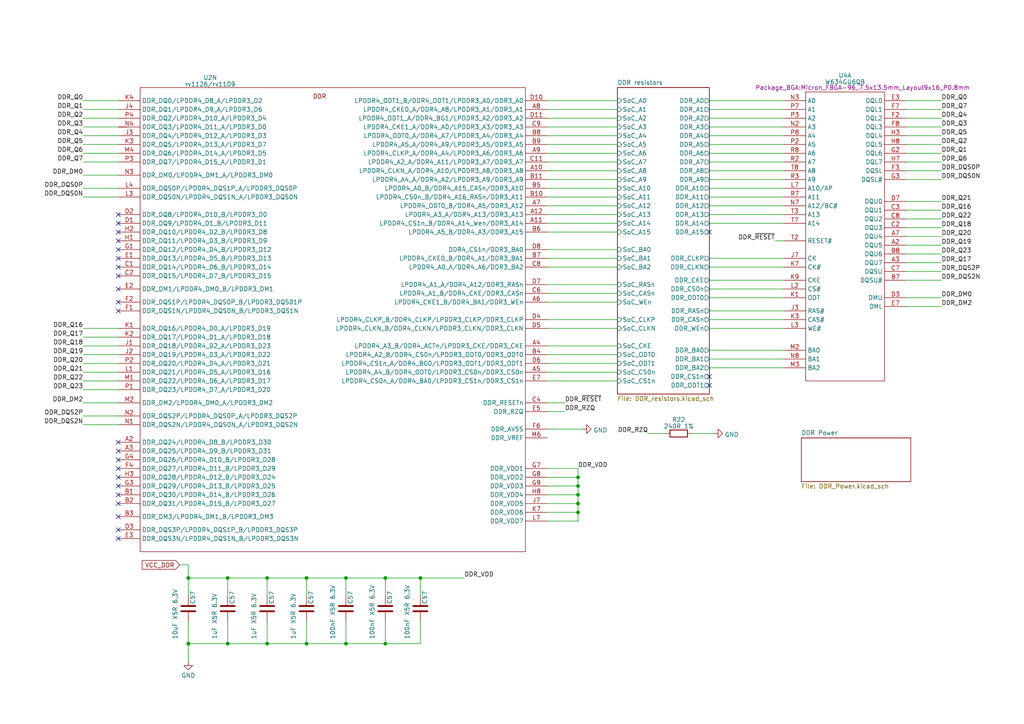
<source format=kicad_sch>
(kicad_sch (version 20230121) (generator eeschema)
  (paper "A4")
  (title_block (title "Leaf RV1126 RK809 DDR") (date "2023-02-25") (rev "1") (company "Qingdao IotPi Information Technology"))
  (junction (at 111.76 167.64))
  (junction (at 167.64 148.59))
  (junction (at 77.47 186.69))
  (junction (at 167.64 146.05))
  (junction (at 66.04 186.69))
  (junction (at 77.47 167.64))
  (junction (at 54.61 186.69))
  (junction (at 167.64 140.97))
  (junction (at 66.04 167.64))
  (junction (at 167.64 143.51))
  (junction (at 88.9 167.64))
  (junction (at 121.92 167.64))
  (junction (at 167.64 138.43))
  (junction (at 54.61 167.64))
  (junction (at 88.9 186.69))
  (junction (at 111.76 186.69))
  (junction (at 100.33 167.64))
  (junction (at 100.33 186.69))
  (no_connect (at 34.29 80.01))
  (no_connect (at 34.29 74.93))
  (no_connect (at 34.29 69.85))
  (no_connect (at 205.74 67.31))
  (no_connect (at 34.29 138.43))
  (no_connect (at 34.29 153.67))
  (no_connect (at 34.29 90.17))
  (no_connect (at 205.74 111.76))
  (no_connect (at 34.29 62.23))
  (no_connect (at 34.29 133.35))
  (no_connect (at 34.29 156.21))
  (no_connect (at 34.29 149.86))
  (no_connect (at 34.29 130.81))
  (no_connect (at 34.29 64.77))
  (no_connect (at 34.29 146.05))
  (no_connect (at 34.29 128.27))
  (no_connect (at 34.29 140.97))
  (no_connect (at 34.29 67.31))
  (no_connect (at 34.29 83.82))
  (no_connect (at 34.29 143.51))
  (no_connect (at 34.29 135.89))
  (no_connect (at 205.74 109.22))
  (no_connect (at 34.29 87.63))
  (no_connect (at 34.29 72.39))
  (no_connect (at 34.29 77.47))
  (wire (pts (xy 158.75 92.71) (xy 179.07 92.71)))
  (wire (pts (xy 167.64 138.43) (xy 167.64 140.97)))
  (wire (pts (xy 262.89 49.53) (xy 273.05 49.53)))
  (wire (pts (xy 111.76 172.72) (xy 111.76 167.64)))
  (wire (pts (xy 158.75 140.97) (xy 167.64 140.97)))
  (wire (pts (xy 158.75 52.07) (xy 179.07 52.07)))
  (wire (pts (xy 262.89 66.04) (xy 273.05 66.04)))
  (wire (pts (xy 205.74 101.6) (xy 227.33 101.6)))
  (wire (pts (xy 262.89 58.42) (xy 273.05 58.42)))
  (wire (pts (xy 158.75 82.55) (xy 179.07 82.55)))
  (wire (pts (xy 77.47 172.72) (xy 77.47 167.64)))
  (wire (pts (xy 111.76 186.69) (xy 111.76 180.34)))
  (wire (pts (xy 34.29 110.49) (xy 24.13 110.49)))
  (wire (pts (xy 54.61 163.83) (xy 52.07 163.83)))
  (wire (pts (xy 34.29 120.65) (xy 24.13 120.65)))
  (wire (pts (xy 34.29 36.83) (xy 24.13 36.83)))
  (wire (pts (xy 100.33 186.69) (xy 111.76 186.69)))
  (wire (pts (xy 158.75 143.51) (xy 167.64 143.51)))
  (wire (pts (xy 158.75 67.31) (xy 179.07 67.31)))
  (wire (pts (xy 205.74 54.61) (xy 227.33 54.61)))
  (wire (pts (xy 262.89 29.21) (xy 273.05 29.21)))
  (wire (pts (xy 34.29 31.75) (xy 24.13 31.75)))
  (wire (pts (xy 262.89 88.9) (xy 273.05 88.9)))
  (wire (pts (xy 205.74 46.99) (xy 227.33 46.99)))
  (wire (pts (xy 34.29 41.91) (xy 24.13 41.91)))
  (wire (pts (xy 121.92 167.64) (xy 121.92 172.72)))
  (wire (pts (xy 100.33 186.69) (xy 100.33 180.34)))
  (wire (pts (xy 167.64 143.51) (xy 167.64 146.05)))
  (wire (pts (xy 88.9 186.69) (xy 100.33 186.69)))
  (wire (pts (xy 34.29 34.29) (xy 24.13 34.29)))
  (wire (pts (xy 111.76 186.69) (xy 121.92 186.69)))
  (wire (pts (xy 262.89 73.66) (xy 273.05 73.66)))
  (wire (pts (xy 121.92 186.69) (xy 121.92 180.34)))
  (wire (pts (xy 205.74 90.17) (xy 227.33 90.17)))
  (wire (pts (xy 66.04 167.64) (xy 54.61 167.64)))
  (wire (pts (xy 205.74 41.91) (xy 227.33 41.91)))
  (wire (pts (xy 205.74 34.29) (xy 227.33 34.29)))
  (wire (pts (xy 54.61 172.72) (xy 54.61 167.64)))
  (wire (pts (xy 158.75 77.47) (xy 179.07 77.47)))
  (wire (pts (xy 34.29 54.61) (xy 24.13 54.61)))
  (wire (pts (xy 167.64 148.59) (xy 167.64 151.13)))
  (wire (pts (xy 77.47 186.69) (xy 88.9 186.69)))
  (wire (pts (xy 158.75 105.41) (xy 179.07 105.41)))
  (wire (pts (xy 54.61 186.69) (xy 66.04 186.69)))
  (wire (pts (xy 100.33 167.64) (xy 111.76 167.64)))
  (wire (pts (xy 262.89 86.36) (xy 273.05 86.36)))
  (wire (pts (xy 205.74 49.53) (xy 227.33 49.53)))
  (wire (pts (xy 205.74 92.71) (xy 227.33 92.71)))
  (wire (pts (xy 34.29 46.99) (xy 24.13 46.99)))
  (wire (pts (xy 158.75 46.99) (xy 179.07 46.99)))
  (wire (pts (xy 66.04 172.72) (xy 66.04 167.64)))
  (wire (pts (xy 34.29 113.03) (xy 24.13 113.03)))
  (wire (pts (xy 262.89 34.29) (xy 273.05 34.29)))
  (wire (pts (xy 34.29 116.84) (xy 24.13 116.84)))
  (wire (pts (xy 158.75 41.91) (xy 179.07 41.91)))
  (wire (pts (xy 77.47 186.69) (xy 77.47 180.34)))
  (wire (pts (xy 134.62 167.64) (xy 121.92 167.64)))
  (wire (pts (xy 205.74 64.77) (xy 227.33 64.77)))
  (wire (pts (xy 77.47 167.64) (xy 66.04 167.64)))
  (wire (pts (xy 88.9 167.64) (xy 77.47 167.64)))
  (wire (pts (xy 34.29 100.33) (xy 24.13 100.33)))
  (wire (pts (xy 205.74 57.15) (xy 227.33 57.15)))
  (wire (pts (xy 167.64 135.89) (xy 167.64 138.43)))
  (wire (pts (xy 34.29 29.21) (xy 24.13 29.21)))
  (wire (pts (xy 158.75 87.63) (xy 179.07 87.63)))
  (wire (pts (xy 262.89 44.45) (xy 273.05 44.45)))
  (wire (pts (xy 34.29 102.87) (xy 24.13 102.87)))
  (wire (pts (xy 158.75 39.37) (xy 179.07 39.37)))
  (wire (pts (xy 262.89 39.37) (xy 273.05 39.37)))
  (wire (pts (xy 34.29 44.45) (xy 24.13 44.45)))
  (wire (pts (xy 158.75 100.33) (xy 179.07 100.33)))
  (wire (pts (xy 205.74 81.28) (xy 227.33 81.28)))
  (wire (pts (xy 187.96 125.73) (xy 193.04 125.73)))
  (wire (pts (xy 158.75 135.89) (xy 167.64 135.89)))
  (wire (pts (xy 158.75 85.09) (xy 179.07 85.09)))
  (wire (pts (xy 66.04 186.69) (xy 66.04 180.34)))
  (wire (pts (xy 205.74 86.36) (xy 227.33 86.36)))
  (wire (pts (xy 158.75 64.77) (xy 179.07 64.77)))
  (wire (pts (xy 205.74 36.83) (xy 227.33 36.83)))
  (wire (pts (xy 100.33 172.72) (xy 100.33 167.64)))
  (wire (pts (xy 88.9 172.72) (xy 88.9 167.64)))
  (wire (pts (xy 158.75 49.53) (xy 179.07 49.53)))
  (wire (pts (xy 205.74 62.23) (xy 227.33 62.23)))
  (wire (pts (xy 158.75 34.29) (xy 179.07 34.29)))
  (wire (pts (xy 163.83 116.84) (xy 158.75 116.84)))
  (wire (pts (xy 167.64 151.13) (xy 158.75 151.13)))
  (wire (pts (xy 205.74 95.25) (xy 227.33 95.25)))
  (wire (pts (xy 262.89 63.5) (xy 273.05 63.5)))
  (wire (pts (xy 158.75 107.95) (xy 179.07 107.95)))
  (wire (pts (xy 100.33 167.64) (xy 88.9 167.64)))
  (wire (pts (xy 262.89 81.28) (xy 273.05 81.28)))
  (wire (pts (xy 34.29 57.15) (xy 24.13 57.15)))
  (wire (pts (xy 34.29 39.37) (xy 24.13 39.37)))
  (wire (pts (xy 158.75 57.15) (xy 179.07 57.15)))
  (wire (pts (xy 262.89 68.58) (xy 273.05 68.58)))
  (wire (pts (xy 158.75 148.59) (xy 167.64 148.59)))
  (wire (pts (xy 158.75 146.05) (xy 167.64 146.05)))
  (wire (pts (xy 167.64 146.05) (xy 167.64 148.59)))
  (wire (pts (xy 158.75 62.23) (xy 179.07 62.23)))
  (wire (pts (xy 54.61 180.34) (xy 54.61 186.69)))
  (wire (pts (xy 205.74 29.21) (xy 227.33 29.21)))
  (wire (pts (xy 262.89 71.12) (xy 273.05 71.12)))
  (wire (pts (xy 158.75 29.21) (xy 179.07 29.21)))
  (wire (pts (xy 158.75 72.39) (xy 179.07 72.39)))
  (wire (pts (xy 205.74 77.47) (xy 227.33 77.47)))
  (wire (pts (xy 158.75 95.25) (xy 179.07 95.25)))
  (wire (pts (xy 34.29 107.95) (xy 24.13 107.95)))
  (wire (pts (xy 205.74 44.45) (xy 227.33 44.45)))
  (wire (pts (xy 205.74 59.69) (xy 227.33 59.69)))
  (wire (pts (xy 121.92 167.64) (xy 111.76 167.64)))
  (wire (pts (xy 262.89 36.83) (xy 273.05 36.83)))
  (wire (pts (xy 262.89 60.96) (xy 273.05 60.96)))
  (wire (pts (xy 205.74 74.93) (xy 227.33 74.93)))
  (wire (pts (xy 163.83 119.38) (xy 158.75 119.38)))
  (wire (pts (xy 167.64 140.97) (xy 167.64 143.51)))
  (wire (pts (xy 158.75 59.69) (xy 179.07 59.69)))
  (wire (pts (xy 200.66 125.73) (xy 207.01 125.73)))
  (wire (pts (xy 262.89 76.2) (xy 273.05 76.2)))
  (wire (pts (xy 205.74 106.68) (xy 227.33 106.68)))
  (wire (pts (xy 34.29 97.79) (xy 24.13 97.79)))
  (wire (pts (xy 158.75 36.83) (xy 179.07 36.83)))
  (wire (pts (xy 262.89 52.07) (xy 273.05 52.07)))
  (wire (pts (xy 158.75 138.43) (xy 167.64 138.43)))
  (wire (pts (xy 158.75 110.49) (xy 179.07 110.49)))
  (wire (pts (xy 54.61 186.69) (xy 54.61 191.77)))
  (wire (pts (xy 227.33 69.85) (xy 224.79 69.85)))
  (wire (pts (xy 262.89 78.74) (xy 273.05 78.74)))
  (wire (pts (xy 262.89 31.75) (xy 273.05 31.75)))
  (wire (pts (xy 205.74 104.14) (xy 227.33 104.14)))
  (wire (pts (xy 205.74 39.37) (xy 227.33 39.37)))
  (wire (pts (xy 54.61 167.64) (xy 54.61 163.83)))
  (wire (pts (xy 66.04 186.69) (xy 77.47 186.69)))
  (wire (pts (xy 34.29 105.41) (xy 24.13 105.41)))
  (wire (pts (xy 205.74 31.75) (xy 227.33 31.75)))
  (wire (pts (xy 158.75 54.61) (xy 179.07 54.61)))
  (wire (pts (xy 88.9 186.69) (xy 88.9 180.34)))
  (wire (pts (xy 34.29 50.8) (xy 24.13 50.8)))
  (wire (pts (xy 262.89 41.91) (xy 273.05 41.91)))
  (wire (pts (xy 205.74 52.07) (xy 227.33 52.07)))
  (wire (pts (xy 262.89 46.99) (xy 273.05 46.99)))
  (wire (pts (xy 34.29 123.19) (xy 24.13 123.19)))
  (wire (pts (xy 158.75 74.93) (xy 179.07 74.93)))
  (wire (pts (xy 158.75 44.45) (xy 179.07 44.45)))
  (wire (pts (xy 34.29 95.25) (xy 24.13 95.25)))
  (wire (pts (xy 205.74 83.82) (xy 227.33 83.82)))
  (wire (pts (xy 158.75 124.46) (xy 168.91 124.46)))
  (wire (pts (xy 158.75 31.75) (xy 179.07 31.75)))
  (wire (pts (xy 158.75 102.87) (xy 179.07 102.87)))
  (label "DDR_Q23" (at 24.13 113.03 180))
  (label "DDR_Q19" (at 273.05 71.12 0))
  (label "DDR_Q5" (at 24.13 41.91 180))
  (label "DDR_Q17" (at 24.13 97.79 180))
  (label "DDR_DM0" (at 24.13 50.8 180))
  (label "DDR_DM2" (at 273.05 88.9 0))
  (label "DDR_DQS0P" (at 273.05 49.53 0))
  (label "DDR_~{RESET}" (at 224.79 69.85 180))
  (label "DDR_Q4" (at 273.05 34.29 0))
  (label "DDR_Q2" (at 273.05 41.91 0))
  (label "DDR_RZQ" (at 187.96 125.73 180))
  (label "DDR_Q18" (at 273.05 66.04 0))
  (label "DDR_Q16" (at 24.13 95.25 180))
  (label "DDR_Q23" (at 273.05 73.66 0))
  (label "DDR_DQS0P" (at 24.13 54.61 180))
  (label "DDR_Q3" (at 273.05 36.83 0))
  (label "DDR_DQS0N" (at 24.13 57.15 180))
  (label "DDR_Q22" (at 24.13 110.49 180))
  (label "DDR_DM0" (at 273.05 86.36 0))
  (label "DDR_VDD" (at 167.64 135.89 0))
  (label "DDR_Q20" (at 24.13 105.41 180))
  (label "DDR_Q6" (at 24.13 44.45 180))
  (label "DDR_Q1" (at 273.05 44.45 0))
  (label "DDR_Q17" (at 273.05 76.2 0))
  (label "DDR_DQS0N" (at 273.05 52.07 0))
  (label "DDR_Q22" (at 273.05 63.5 0))
  (label "DDR_Q5" (at 273.05 39.37 0))
  (label "DDR_Q21" (at 24.13 107.95 180))
  (label "DDR_Q1" (at 24.13 31.75 180))
  (label "DDR_Q19" (at 24.13 102.87 180))
  (label "DDR_Q3" (at 24.13 36.83 180))
  (label "DDR_Q7" (at 273.05 31.75 0))
  (label "DDR_Q16" (at 273.05 60.96 0))
  (label "DDR_Q6" (at 273.05 46.99 0))
  (label "DDR_DQS2P" (at 273.05 78.74 0))
  (label "DDR_Q0" (at 273.05 29.21 0))
  (label "DDR_RZQ" (at 163.83 119.38 0))
  (label "DDR_DM2" (at 24.13 116.84 180))
  (label "DDR_Q20" (at 273.05 68.58 0))
  (label "DDR_~{RESET}" (at 163.83 116.84 0))
  (label "DDR_Q0" (at 24.13 29.21 180))
  (label "DDR_VDD" (at 134.62 167.64 0))
  (label "DDR_Q4" (at 24.13 39.37 180))
  (label "DDR_DQS2P" (at 24.13 120.65 180))
  (label "DDR_Q2" (at 24.13 34.29 180))
  (label "DDR_Q21" (at 273.05 58.42 0))
  (label "DDR_DQS2N" (at 273.05 81.28 0))
  (label "DDR_Q18" (at 24.13 100.33 180))
  (label "DDR_DQS2N" (at 24.13 123.19 180))
  (label "DDR_Q7" (at 24.13 46.99 180))
  (global_label "VCC_DDR" (shape input) (at 52.07 163.83 180) (property "Intersheetrefs" "${INTERSHEET_REFS}" (effects hide)))
  (symbol (lib_id "Memory_DDR:W634GU6QB") (at 245.11 40.64 0) (unit 1)
    (property "Reference" "U4" (at 245.11 21.8661 0))
    (property "Value" "W634GU6QB" (at 245.11 23.7871 0))
    (property "Footprint" "Package_BGA:Micron_FBGA-96_7.5x13.5mm_Layout9x16_P0.8mm" (at 250.19 25.4 0))
  )
  (symbol (lib_id "Device:C") (at 100.33 176.53 0) (unit 1)
    (property "Reference" "C57" (at 101.6 175.26 90) (effects (justify left)))
    (property "Value" "100nF X5R 6.3V" (at 96.52 185.42 90) (effects (justify left)))
    (property "Footprint" "Capacitor_SMD:C_0201_0603Metric" (effects hide))
    (instances (project "leaf" (path "" (reference "C57") (unit 1)) (path "" (reference "C59") (unit 1)) (path "" (reference "C84") (unit 1))))
  )
  (symbol (lib_id "power:GND") (at 207.01 125.73 90) (unit 1)
    (property "Reference" "#PWR055" (effects hide))
    (property "Value" "GND" (at 210.185 126.0468 90) (effects (justify right)))
  )
  (symbol (lib_id "Device:C") (at 77.47 176.53 0) (unit 1)
    (property "Reference" "C57" (at 78.74 175.26 90) (effects (justify left)))
    (property "Value" "1uF X5R 6.3V" (at 73.66 185.42 90) (effects (justify left)))
    (property "Footprint" "Capacitor_SMD:C_0402_1005Metric" (effects hide))
    (instances (project "leaf" (path "" (reference "C57") (unit 1)) (path "" (reference "C59") (unit 1)) (path "" (reference "C82") (unit 1))))
  )
  (symbol (lib_id "power:GND") (at 168.91 124.46 90) (unit 1)
    (property "Reference" "#PWR057" (effects hide))
    (property "Value" "GND" (at 172.085 124.7768 90) (effects (justify right)))
  )
  (symbol (lib_id "Device:C") (at 54.61 176.53 0) (unit 1)
    (property "Reference" "C57" (at 55.88 175.26 90) (effects (justify left)))
    (property "Value" "10uF X5R 6.3V" (at 50.8 185.42 90) (effects (justify left)))
    (property "Footprint" "Capacitor_SMD:C_0603_1608Metric" (effects hide))
    (instances (project "leaf" (path "" (reference "C57") (unit 1)) (path "" (reference "C54") (unit 1)) (path "" (reference "C80") (unit 1))))
  )
  (symbol (lib_id "Device:R") (at 196.85 125.73 90) (unit 1)
    (property "Reference" "R22" (at 196.85 121.7041 90))
    (property "Value" "240R 1%" (at 196.85 123.6251 90))
    (property "Footprint" "Resistor_SMD:R_0402_1005Metric" (effects hide))
    (instances (project "leaf" (path "" (reference "R22") (unit 1)) (path "" (reference "R32") (unit 1))))
  )
  (symbol (lib_id "Device:C") (at 111.76 176.53 0) (unit 1)
    (property "Reference" "C57" (at 113.03 175.26 90) (effects (justify left)))
    (property "Value" "100nF X5R 6.3V" (at 107.95 185.42 90) (effects (justify left)))
    (property "Footprint" "Capacitor_SMD:C_0201_0603Metric" (effects hide))
    (instances (project "leaf" (path "" (reference "C57") (unit 1)) (path "" (reference "C59") (unit 1)) (path "" (reference "C85") (unit 1))))
  )
  (symbol (lib_id "Device:C") (at 121.92 176.53 0) (unit 1)
    (property "Reference" "C57" (at 123.19 175.26 90) (effects (justify left)))
    (property "Value" "100nF X5R 6.3V" (at 118.11 185.42 90) (effects (justify left)))
    (property "Footprint" "Capacitor_SMD:C_0201_0603Metric" (effects hide))
    (instances (project "leaf" (path "" (reference "C57") (unit 1)) (path "" (reference "C59") (unit 1)) (path "" (reference "C86") (unit 1))))
  )
  (symbol (lib_id "Device:C") (at 66.04 176.53 0) (unit 1)
    (property "Reference" "C57" (at 67.31 175.26 90) (effects (justify left)))
    (property "Value" "1uF X5R 6.3V" (at 62.23 185.42 90) (effects (justify left)))
    (property "Footprint" "Capacitor_SMD:C_0402_1005Metric" (effects hide))
    (instances (project "leaf" (path "" (reference "C57") (unit 1)) (path "" (reference "C59") (unit 1)) (path "" (reference "C81") (unit 1))))
  )
  (symbol (lib_id "Device:C") (at 88.9 176.53 0) (unit 1)
    (property "Reference" "C57" (at 90.17 175.26 90) (effects (justify left)))
    (property "Value" "1uF X5R 6.3V" (at 85.09 185.42 90) (effects (justify left)))
    (property "Footprint" "Capacitor_SMD:C_0402_1005Metric" (effects hide))
    (instances (project "leaf" (path "" (reference "C57") (unit 1)) (path "" (reference "C59") (unit 1)) (path "" (reference "C83") (unit 1))))
  )
  (symbol (lib_id "power:GND") (at 54.61 191.77 0) (unit 1)
    (property "Reference" "#PWR066" (effects hide))
    (property "Value" "GND" (at 54.61 195.9055 0))
    (instances (project "leaf" (path "" (reference "#PWR066") (unit 1)) (path "" (reference "#PWR056") (unit 1))))
  )
  (symbol (lib_id "CPU_Rockchip:rv1126_rv1109") (at 60.96 57.15 0) (unit 14)
    (property "Reference" "U2" (at 60.96 22.5171 0))
    (property "Value" "rv1126/rv1109" (at 60.96 24.4381 0))
  )
  (sheet (at 179.07 25.4) (size 26.67 88.9) (stroke (width 0.1524))
    (property "Sheetname" "DDR resistors" (at 179.07 24.6884 0) (effects (justify left bottom)))
    (property "Sheetfile" "DDR_resistors.kicad_sch" (at 179.07 114.8846 0) (effects (justify left top)))
    (pin "DDR_ODT0" output (at 205.74 86.36 0))
    (pin "DDR_A2" output (at 205.74 34.29 0))
    (pin "DDR_ODT1" output (at 205.74 111.76 0))
    (pin "SoC_ODT0" input (at 179.07 102.87 180))
    (pin "DDR_A13" output (at 205.74 62.23 0))
    (pin "DDR_A9" output (at 205.74 52.07 0))
    (pin "DDR_A7" output (at 205.74 46.99 0))
    (pin "SoC_A9" input (at 179.07 52.07 180))
    (pin "SoC_ODT1" input (at 179.07 105.41 180))
    (pin "SoC_A7" input (at 179.07 46.99 180))
    (pin "SoC_A2" input (at 179.07 34.29 180))
    (pin "SoC_A13" input (at 179.07 62.23 180))
    (pin "DDR_A10" output (at 205.74 54.61 0))
    (pin "DDR_BA2" output (at 205.74 106.68 0))
    (pin "DDR_A12" output (at 205.74 59.69 0))
    (pin "SoC_A10" input (at 179.07 54.61 180))
    (pin "SoC_BA2" input (at 179.07 77.47 180))
    (pin "SoC_A12" input (at 179.07 59.69 180))
    (pin "SoC_BA0" input (at 179.07 72.39 180))
    (pin "DDR_BA0" output (at 205.74 101.6 0))
    (pin "DDR_A15" output (at 205.74 67.31 0))
    (pin "DDR_A0" output (at 205.74 29.21 0))
    (pin "DDR_A3" output (at 205.74 36.83 0))
    (pin "DDR_A5" output (at 205.74 41.91 0))
    (pin "SoC_A5" input (at 179.07 41.91 180))
    (pin "SoC_A0" input (at 179.07 29.21 180))
    (pin "DDR_A1" output (at 205.74 31.75 0))
    (pin "DDR_BA1" output (at 205.74 104.14 0))
    (pin "DDR_A4" output (at 205.74 39.37 0))
    (pin "SoC_A4" input (at 179.07 39.37 180))
    (pin "SoC_BA1" input (at 179.07 74.93 180))
    (pin "SoC_A1" input (at 179.07 31.75 180))
    (pin "SoC_A3" input (at 179.07 36.83 180))
    (pin "SoC_A15" input (at 179.07 67.31 180))
    (pin "DDR_A11" output (at 205.74 57.15 0))
    (pin "DDR_A6" output (at 205.74 44.45 0))
    (pin "DDR_A14" output (at 205.74 64.77 0))
    (pin "DDR_A8" output (at 205.74 49.53 0))
    (pin "SoC_A14" input (at 179.07 64.77 180))
    (pin "SoC_A6" input (at 179.07 44.45 180))
    (pin "SoC_A11" input (at 179.07 57.15 180))
    (pin "SoC_A8" input (at 179.07 49.53 180))
    (pin "DDR_CS0n" output (at 205.74 83.82 0))
    (pin "SoC_CS1n" input (at 179.07 110.49 180))
    (pin "SoC_WEn" input (at 179.07 87.63 180))
    (pin "SoC_CKE" input (at 179.07 100.33 180))
    (pin "SoC_CASn" input (at 179.07 85.09 180))
    (pin "DDR_CASn" output (at 205.74 92.71 0))
    (pin "DDR_CKE" output (at 205.74 81.28 0))
    (pin "DDR_CS1n" output (at 205.74 109.22 0))
    (pin "DDR_WEn" output (at 205.74 95.25 0))
    (pin "SoC_CS0n" input (at 179.07 107.95 180))
    (pin "DDR_CLKN" output (at 205.74 77.47 0))
    (pin "DDR_CLKP" output (at 205.74 74.93 0))
    (pin "DDR_RASn" output (at 205.74 90.17 0))
    (pin "SoC_CLKN" input (at 179.07 95.25 180))
    (pin "SoC_CLKP" input (at 179.07 92.71 180))
    (pin "SoC_RASn" input (at 179.07 82.55 180))
  )
  (sheet (at 232.41 127) (size 31.75 12.7) (stroke (width 0.1524))
    (property "Sheetname" "DDR Power" (at 232.41 126.2884 0) (effects (justify left bottom)))
    (property "Sheetfile" "DDR_Power.kicad_sch" (at 232.41 140.2846 0) (effects (justify left top)))
  )
)
</source>
